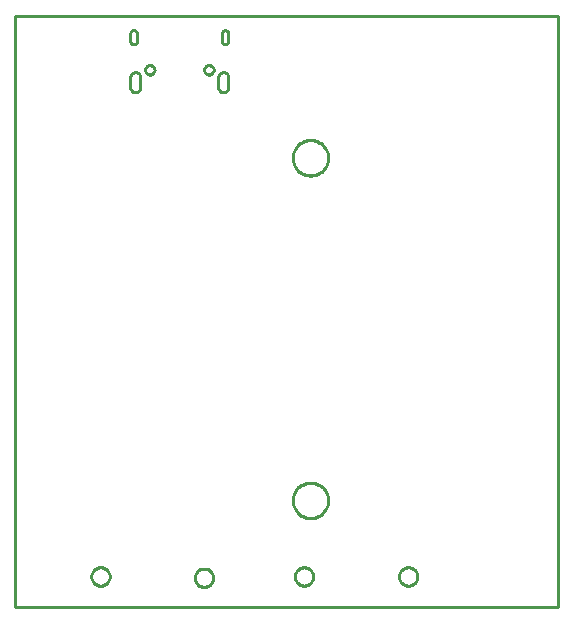
<source format=gko>
G04 EAGLE Gerber RS-274X export*
G75*
%MOMM*%
%FSLAX34Y34*%
%LPD*%
%INBoard Outline*%
%IPPOS*%
%AMOC8*
5,1,8,0,0,1.08239X$1,22.5*%
G01*
G04 Define Apertures*
%ADD10C,0.152400*%
%ADD11C,0.000000*%
%ADD12C,0.010000*%
%ADD13C,0.254000*%
D10*
X0Y0D02*
X460000Y0D01*
X460000Y500000D01*
X0Y500000D01*
X0Y0D01*
D11*
X235000Y90000D02*
X235005Y90368D01*
X235018Y90736D01*
X235041Y91103D01*
X235072Y91470D01*
X235113Y91836D01*
X235162Y92201D01*
X235221Y92564D01*
X235288Y92926D01*
X235364Y93287D01*
X235450Y93645D01*
X235543Y94001D01*
X235646Y94354D01*
X235757Y94705D01*
X235877Y95053D01*
X236005Y95398D01*
X236142Y95740D01*
X236287Y96079D01*
X236440Y96413D01*
X236602Y96744D01*
X236771Y97071D01*
X236949Y97393D01*
X237134Y97712D01*
X237327Y98025D01*
X237528Y98334D01*
X237736Y98637D01*
X237952Y98935D01*
X238175Y99228D01*
X238405Y99516D01*
X238642Y99798D01*
X238886Y100073D01*
X239136Y100343D01*
X239393Y100607D01*
X239657Y100864D01*
X239927Y101114D01*
X240202Y101358D01*
X240484Y101595D01*
X240772Y101825D01*
X241065Y102048D01*
X241363Y102264D01*
X241666Y102472D01*
X241975Y102673D01*
X242288Y102866D01*
X242607Y103051D01*
X242929Y103229D01*
X243256Y103398D01*
X243587Y103560D01*
X243921Y103713D01*
X244260Y103858D01*
X244602Y103995D01*
X244947Y104123D01*
X245295Y104243D01*
X245646Y104354D01*
X245999Y104457D01*
X246355Y104550D01*
X246713Y104636D01*
X247074Y104712D01*
X247436Y104779D01*
X247799Y104838D01*
X248164Y104887D01*
X248530Y104928D01*
X248897Y104959D01*
X249264Y104982D01*
X249632Y104995D01*
X250000Y105000D01*
X250368Y104995D01*
X250736Y104982D01*
X251103Y104959D01*
X251470Y104928D01*
X251836Y104887D01*
X252201Y104838D01*
X252564Y104779D01*
X252926Y104712D01*
X253287Y104636D01*
X253645Y104550D01*
X254001Y104457D01*
X254354Y104354D01*
X254705Y104243D01*
X255053Y104123D01*
X255398Y103995D01*
X255740Y103858D01*
X256079Y103713D01*
X256413Y103560D01*
X256744Y103398D01*
X257071Y103229D01*
X257393Y103051D01*
X257712Y102866D01*
X258025Y102673D01*
X258334Y102472D01*
X258637Y102264D01*
X258935Y102048D01*
X259228Y101825D01*
X259516Y101595D01*
X259798Y101358D01*
X260073Y101114D01*
X260343Y100864D01*
X260607Y100607D01*
X260864Y100343D01*
X261114Y100073D01*
X261358Y99798D01*
X261595Y99516D01*
X261825Y99228D01*
X262048Y98935D01*
X262264Y98637D01*
X262472Y98334D01*
X262673Y98025D01*
X262866Y97712D01*
X263051Y97393D01*
X263229Y97071D01*
X263398Y96744D01*
X263560Y96413D01*
X263713Y96079D01*
X263858Y95740D01*
X263995Y95398D01*
X264123Y95053D01*
X264243Y94705D01*
X264354Y94354D01*
X264457Y94001D01*
X264550Y93645D01*
X264636Y93287D01*
X264712Y92926D01*
X264779Y92564D01*
X264838Y92201D01*
X264887Y91836D01*
X264928Y91470D01*
X264959Y91103D01*
X264982Y90736D01*
X264995Y90368D01*
X265000Y90000D01*
X264995Y89632D01*
X264982Y89264D01*
X264959Y88897D01*
X264928Y88530D01*
X264887Y88164D01*
X264838Y87799D01*
X264779Y87436D01*
X264712Y87074D01*
X264636Y86713D01*
X264550Y86355D01*
X264457Y85999D01*
X264354Y85646D01*
X264243Y85295D01*
X264123Y84947D01*
X263995Y84602D01*
X263858Y84260D01*
X263713Y83921D01*
X263560Y83587D01*
X263398Y83256D01*
X263229Y82929D01*
X263051Y82607D01*
X262866Y82288D01*
X262673Y81975D01*
X262472Y81666D01*
X262264Y81363D01*
X262048Y81065D01*
X261825Y80772D01*
X261595Y80484D01*
X261358Y80202D01*
X261114Y79927D01*
X260864Y79657D01*
X260607Y79393D01*
X260343Y79136D01*
X260073Y78886D01*
X259798Y78642D01*
X259516Y78405D01*
X259228Y78175D01*
X258935Y77952D01*
X258637Y77736D01*
X258334Y77528D01*
X258025Y77327D01*
X257712Y77134D01*
X257393Y76949D01*
X257071Y76771D01*
X256744Y76602D01*
X256413Y76440D01*
X256079Y76287D01*
X255740Y76142D01*
X255398Y76005D01*
X255053Y75877D01*
X254705Y75757D01*
X254354Y75646D01*
X254001Y75543D01*
X253645Y75450D01*
X253287Y75364D01*
X252926Y75288D01*
X252564Y75221D01*
X252201Y75162D01*
X251836Y75113D01*
X251470Y75072D01*
X251103Y75041D01*
X250736Y75018D01*
X250368Y75005D01*
X250000Y75000D01*
X249632Y75005D01*
X249264Y75018D01*
X248897Y75041D01*
X248530Y75072D01*
X248164Y75113D01*
X247799Y75162D01*
X247436Y75221D01*
X247074Y75288D01*
X246713Y75364D01*
X246355Y75450D01*
X245999Y75543D01*
X245646Y75646D01*
X245295Y75757D01*
X244947Y75877D01*
X244602Y76005D01*
X244260Y76142D01*
X243921Y76287D01*
X243587Y76440D01*
X243256Y76602D01*
X242929Y76771D01*
X242607Y76949D01*
X242288Y77134D01*
X241975Y77327D01*
X241666Y77528D01*
X241363Y77736D01*
X241065Y77952D01*
X240772Y78175D01*
X240484Y78405D01*
X240202Y78642D01*
X239927Y78886D01*
X239657Y79136D01*
X239393Y79393D01*
X239136Y79657D01*
X238886Y79927D01*
X238642Y80202D01*
X238405Y80484D01*
X238175Y80772D01*
X237952Y81065D01*
X237736Y81363D01*
X237528Y81666D01*
X237327Y81975D01*
X237134Y82288D01*
X236949Y82607D01*
X236771Y82929D01*
X236602Y83256D01*
X236440Y83587D01*
X236287Y83921D01*
X236142Y84260D01*
X236005Y84602D01*
X235877Y84947D01*
X235757Y85295D01*
X235646Y85646D01*
X235543Y85999D01*
X235450Y86355D01*
X235364Y86713D01*
X235288Y87074D01*
X235221Y87436D01*
X235162Y87799D01*
X235113Y88164D01*
X235072Y88530D01*
X235041Y88897D01*
X235018Y89264D01*
X235005Y89632D01*
X235000Y90000D01*
X235000Y380000D02*
X235005Y380368D01*
X235018Y380736D01*
X235041Y381103D01*
X235072Y381470D01*
X235113Y381836D01*
X235162Y382201D01*
X235221Y382564D01*
X235288Y382926D01*
X235364Y383287D01*
X235450Y383645D01*
X235543Y384001D01*
X235646Y384354D01*
X235757Y384705D01*
X235877Y385053D01*
X236005Y385398D01*
X236142Y385740D01*
X236287Y386079D01*
X236440Y386413D01*
X236602Y386744D01*
X236771Y387071D01*
X236949Y387393D01*
X237134Y387712D01*
X237327Y388025D01*
X237528Y388334D01*
X237736Y388637D01*
X237952Y388935D01*
X238175Y389228D01*
X238405Y389516D01*
X238642Y389798D01*
X238886Y390073D01*
X239136Y390343D01*
X239393Y390607D01*
X239657Y390864D01*
X239927Y391114D01*
X240202Y391358D01*
X240484Y391595D01*
X240772Y391825D01*
X241065Y392048D01*
X241363Y392264D01*
X241666Y392472D01*
X241975Y392673D01*
X242288Y392866D01*
X242607Y393051D01*
X242929Y393229D01*
X243256Y393398D01*
X243587Y393560D01*
X243921Y393713D01*
X244260Y393858D01*
X244602Y393995D01*
X244947Y394123D01*
X245295Y394243D01*
X245646Y394354D01*
X245999Y394457D01*
X246355Y394550D01*
X246713Y394636D01*
X247074Y394712D01*
X247436Y394779D01*
X247799Y394838D01*
X248164Y394887D01*
X248530Y394928D01*
X248897Y394959D01*
X249264Y394982D01*
X249632Y394995D01*
X250000Y395000D01*
X250368Y394995D01*
X250736Y394982D01*
X251103Y394959D01*
X251470Y394928D01*
X251836Y394887D01*
X252201Y394838D01*
X252564Y394779D01*
X252926Y394712D01*
X253287Y394636D01*
X253645Y394550D01*
X254001Y394457D01*
X254354Y394354D01*
X254705Y394243D01*
X255053Y394123D01*
X255398Y393995D01*
X255740Y393858D01*
X256079Y393713D01*
X256413Y393560D01*
X256744Y393398D01*
X257071Y393229D01*
X257393Y393051D01*
X257712Y392866D01*
X258025Y392673D01*
X258334Y392472D01*
X258637Y392264D01*
X258935Y392048D01*
X259228Y391825D01*
X259516Y391595D01*
X259798Y391358D01*
X260073Y391114D01*
X260343Y390864D01*
X260607Y390607D01*
X260864Y390343D01*
X261114Y390073D01*
X261358Y389798D01*
X261595Y389516D01*
X261825Y389228D01*
X262048Y388935D01*
X262264Y388637D01*
X262472Y388334D01*
X262673Y388025D01*
X262866Y387712D01*
X263051Y387393D01*
X263229Y387071D01*
X263398Y386744D01*
X263560Y386413D01*
X263713Y386079D01*
X263858Y385740D01*
X263995Y385398D01*
X264123Y385053D01*
X264243Y384705D01*
X264354Y384354D01*
X264457Y384001D01*
X264550Y383645D01*
X264636Y383287D01*
X264712Y382926D01*
X264779Y382564D01*
X264838Y382201D01*
X264887Y381836D01*
X264928Y381470D01*
X264959Y381103D01*
X264982Y380736D01*
X264995Y380368D01*
X265000Y380000D01*
X264995Y379632D01*
X264982Y379264D01*
X264959Y378897D01*
X264928Y378530D01*
X264887Y378164D01*
X264838Y377799D01*
X264779Y377436D01*
X264712Y377074D01*
X264636Y376713D01*
X264550Y376355D01*
X264457Y375999D01*
X264354Y375646D01*
X264243Y375295D01*
X264123Y374947D01*
X263995Y374602D01*
X263858Y374260D01*
X263713Y373921D01*
X263560Y373587D01*
X263398Y373256D01*
X263229Y372929D01*
X263051Y372607D01*
X262866Y372288D01*
X262673Y371975D01*
X262472Y371666D01*
X262264Y371363D01*
X262048Y371065D01*
X261825Y370772D01*
X261595Y370484D01*
X261358Y370202D01*
X261114Y369927D01*
X260864Y369657D01*
X260607Y369393D01*
X260343Y369136D01*
X260073Y368886D01*
X259798Y368642D01*
X259516Y368405D01*
X259228Y368175D01*
X258935Y367952D01*
X258637Y367736D01*
X258334Y367528D01*
X258025Y367327D01*
X257712Y367134D01*
X257393Y366949D01*
X257071Y366771D01*
X256744Y366602D01*
X256413Y366440D01*
X256079Y366287D01*
X255740Y366142D01*
X255398Y366005D01*
X255053Y365877D01*
X254705Y365757D01*
X254354Y365646D01*
X254001Y365543D01*
X253645Y365450D01*
X253287Y365364D01*
X252926Y365288D01*
X252564Y365221D01*
X252201Y365162D01*
X251836Y365113D01*
X251470Y365072D01*
X251103Y365041D01*
X250736Y365018D01*
X250368Y365005D01*
X250000Y365000D01*
X249632Y365005D01*
X249264Y365018D01*
X248897Y365041D01*
X248530Y365072D01*
X248164Y365113D01*
X247799Y365162D01*
X247436Y365221D01*
X247074Y365288D01*
X246713Y365364D01*
X246355Y365450D01*
X245999Y365543D01*
X245646Y365646D01*
X245295Y365757D01*
X244947Y365877D01*
X244602Y366005D01*
X244260Y366142D01*
X243921Y366287D01*
X243587Y366440D01*
X243256Y366602D01*
X242929Y366771D01*
X242607Y366949D01*
X242288Y367134D01*
X241975Y367327D01*
X241666Y367528D01*
X241363Y367736D01*
X241065Y367952D01*
X240772Y368175D01*
X240484Y368405D01*
X240202Y368642D01*
X239927Y368886D01*
X239657Y369136D01*
X239393Y369393D01*
X239136Y369657D01*
X238886Y369927D01*
X238642Y370202D01*
X238405Y370484D01*
X238175Y370772D01*
X237952Y371065D01*
X237736Y371363D01*
X237528Y371666D01*
X237327Y371975D01*
X237134Y372288D01*
X236949Y372607D01*
X236771Y372929D01*
X236602Y373256D01*
X236440Y373587D01*
X236287Y373921D01*
X236142Y374260D01*
X236005Y374602D01*
X235877Y374947D01*
X235757Y375295D01*
X235646Y375646D01*
X235543Y375999D01*
X235450Y376355D01*
X235364Y376713D01*
X235288Y377074D01*
X235221Y377436D01*
X235162Y377799D01*
X235113Y378164D01*
X235072Y378530D01*
X235041Y378897D01*
X235018Y379264D01*
X235005Y379632D01*
X235000Y380000D01*
X325050Y25500D02*
X325052Y25690D01*
X325059Y25880D01*
X325071Y26070D01*
X325087Y26260D01*
X325108Y26449D01*
X325134Y26637D01*
X325164Y26825D01*
X325199Y27012D01*
X325238Y27198D01*
X325282Y27383D01*
X325331Y27567D01*
X325384Y27750D01*
X325441Y27931D01*
X325503Y28111D01*
X325569Y28289D01*
X325640Y28466D01*
X325715Y28641D01*
X325794Y28814D01*
X325878Y28984D01*
X325965Y29153D01*
X326057Y29320D01*
X326153Y29484D01*
X326252Y29646D01*
X326356Y29806D01*
X326464Y29963D01*
X326575Y30117D01*
X326690Y30268D01*
X326809Y30417D01*
X326932Y30562D01*
X327058Y30705D01*
X327187Y30844D01*
X327320Y30980D01*
X327456Y31113D01*
X327595Y31242D01*
X327738Y31368D01*
X327883Y31491D01*
X328032Y31610D01*
X328183Y31725D01*
X328337Y31836D01*
X328494Y31944D01*
X328654Y32048D01*
X328816Y32147D01*
X328980Y32243D01*
X329147Y32335D01*
X329316Y32422D01*
X329486Y32506D01*
X329659Y32585D01*
X329834Y32660D01*
X330011Y32731D01*
X330189Y32797D01*
X330369Y32859D01*
X330550Y32916D01*
X330733Y32969D01*
X330917Y33018D01*
X331102Y33062D01*
X331288Y33101D01*
X331475Y33136D01*
X331663Y33166D01*
X331851Y33192D01*
X332040Y33213D01*
X332230Y33229D01*
X332420Y33241D01*
X332610Y33248D01*
X332800Y33250D01*
X332990Y33248D01*
X333180Y33241D01*
X333370Y33229D01*
X333560Y33213D01*
X333749Y33192D01*
X333937Y33166D01*
X334125Y33136D01*
X334312Y33101D01*
X334498Y33062D01*
X334683Y33018D01*
X334867Y32969D01*
X335050Y32916D01*
X335231Y32859D01*
X335411Y32797D01*
X335589Y32731D01*
X335766Y32660D01*
X335941Y32585D01*
X336114Y32506D01*
X336284Y32422D01*
X336453Y32335D01*
X336620Y32243D01*
X336784Y32147D01*
X336946Y32048D01*
X337106Y31944D01*
X337263Y31836D01*
X337417Y31725D01*
X337568Y31610D01*
X337717Y31491D01*
X337862Y31368D01*
X338005Y31242D01*
X338144Y31113D01*
X338280Y30980D01*
X338413Y30844D01*
X338542Y30705D01*
X338668Y30562D01*
X338791Y30417D01*
X338910Y30268D01*
X339025Y30117D01*
X339136Y29963D01*
X339244Y29806D01*
X339348Y29646D01*
X339447Y29484D01*
X339543Y29320D01*
X339635Y29153D01*
X339722Y28984D01*
X339806Y28814D01*
X339885Y28641D01*
X339960Y28466D01*
X340031Y28289D01*
X340097Y28111D01*
X340159Y27931D01*
X340216Y27750D01*
X340269Y27567D01*
X340318Y27383D01*
X340362Y27198D01*
X340401Y27012D01*
X340436Y26825D01*
X340466Y26637D01*
X340492Y26449D01*
X340513Y26260D01*
X340529Y26070D01*
X340541Y25880D01*
X340548Y25690D01*
X340550Y25500D01*
X340548Y25310D01*
X340541Y25120D01*
X340529Y24930D01*
X340513Y24740D01*
X340492Y24551D01*
X340466Y24363D01*
X340436Y24175D01*
X340401Y23988D01*
X340362Y23802D01*
X340318Y23617D01*
X340269Y23433D01*
X340216Y23250D01*
X340159Y23069D01*
X340097Y22889D01*
X340031Y22711D01*
X339960Y22534D01*
X339885Y22359D01*
X339806Y22186D01*
X339722Y22016D01*
X339635Y21847D01*
X339543Y21680D01*
X339447Y21516D01*
X339348Y21354D01*
X339244Y21194D01*
X339136Y21037D01*
X339025Y20883D01*
X338910Y20732D01*
X338791Y20583D01*
X338668Y20438D01*
X338542Y20295D01*
X338413Y20156D01*
X338280Y20020D01*
X338144Y19887D01*
X338005Y19758D01*
X337862Y19632D01*
X337717Y19509D01*
X337568Y19390D01*
X337417Y19275D01*
X337263Y19164D01*
X337106Y19056D01*
X336946Y18952D01*
X336784Y18853D01*
X336620Y18757D01*
X336453Y18665D01*
X336284Y18578D01*
X336114Y18494D01*
X335941Y18415D01*
X335766Y18340D01*
X335589Y18269D01*
X335411Y18203D01*
X335231Y18141D01*
X335050Y18084D01*
X334867Y18031D01*
X334683Y17982D01*
X334498Y17938D01*
X334312Y17899D01*
X334125Y17864D01*
X333937Y17834D01*
X333749Y17808D01*
X333560Y17787D01*
X333370Y17771D01*
X333180Y17759D01*
X332990Y17752D01*
X332800Y17750D01*
X332610Y17752D01*
X332420Y17759D01*
X332230Y17771D01*
X332040Y17787D01*
X331851Y17808D01*
X331663Y17834D01*
X331475Y17864D01*
X331288Y17899D01*
X331102Y17938D01*
X330917Y17982D01*
X330733Y18031D01*
X330550Y18084D01*
X330369Y18141D01*
X330189Y18203D01*
X330011Y18269D01*
X329834Y18340D01*
X329659Y18415D01*
X329486Y18494D01*
X329316Y18578D01*
X329147Y18665D01*
X328980Y18757D01*
X328816Y18853D01*
X328654Y18952D01*
X328494Y19056D01*
X328337Y19164D01*
X328183Y19275D01*
X328032Y19390D01*
X327883Y19509D01*
X327738Y19632D01*
X327595Y19758D01*
X327456Y19887D01*
X327320Y20020D01*
X327187Y20156D01*
X327058Y20295D01*
X326932Y20438D01*
X326809Y20583D01*
X326690Y20732D01*
X326575Y20883D01*
X326464Y21037D01*
X326356Y21194D01*
X326252Y21354D01*
X326153Y21516D01*
X326057Y21680D01*
X325965Y21847D01*
X325878Y22016D01*
X325794Y22186D01*
X325715Y22359D01*
X325640Y22534D01*
X325569Y22711D01*
X325503Y22889D01*
X325441Y23069D01*
X325384Y23250D01*
X325331Y23433D01*
X325282Y23617D01*
X325238Y23802D01*
X325199Y23988D01*
X325164Y24175D01*
X325134Y24363D01*
X325108Y24551D01*
X325087Y24740D01*
X325071Y24930D01*
X325059Y25120D01*
X325052Y25310D01*
X325050Y25500D01*
X236850Y25500D02*
X236852Y25690D01*
X236859Y25880D01*
X236871Y26070D01*
X236887Y26260D01*
X236908Y26449D01*
X236934Y26637D01*
X236964Y26825D01*
X236999Y27012D01*
X237038Y27198D01*
X237082Y27383D01*
X237131Y27567D01*
X237184Y27750D01*
X237241Y27931D01*
X237303Y28111D01*
X237369Y28289D01*
X237440Y28466D01*
X237515Y28641D01*
X237594Y28814D01*
X237678Y28984D01*
X237765Y29153D01*
X237857Y29320D01*
X237953Y29484D01*
X238052Y29646D01*
X238156Y29806D01*
X238264Y29963D01*
X238375Y30117D01*
X238490Y30268D01*
X238609Y30417D01*
X238732Y30562D01*
X238858Y30705D01*
X238987Y30844D01*
X239120Y30980D01*
X239256Y31113D01*
X239395Y31242D01*
X239538Y31368D01*
X239683Y31491D01*
X239832Y31610D01*
X239983Y31725D01*
X240137Y31836D01*
X240294Y31944D01*
X240454Y32048D01*
X240616Y32147D01*
X240780Y32243D01*
X240947Y32335D01*
X241116Y32422D01*
X241286Y32506D01*
X241459Y32585D01*
X241634Y32660D01*
X241811Y32731D01*
X241989Y32797D01*
X242169Y32859D01*
X242350Y32916D01*
X242533Y32969D01*
X242717Y33018D01*
X242902Y33062D01*
X243088Y33101D01*
X243275Y33136D01*
X243463Y33166D01*
X243651Y33192D01*
X243840Y33213D01*
X244030Y33229D01*
X244220Y33241D01*
X244410Y33248D01*
X244600Y33250D01*
X244790Y33248D01*
X244980Y33241D01*
X245170Y33229D01*
X245360Y33213D01*
X245549Y33192D01*
X245737Y33166D01*
X245925Y33136D01*
X246112Y33101D01*
X246298Y33062D01*
X246483Y33018D01*
X246667Y32969D01*
X246850Y32916D01*
X247031Y32859D01*
X247211Y32797D01*
X247389Y32731D01*
X247566Y32660D01*
X247741Y32585D01*
X247914Y32506D01*
X248084Y32422D01*
X248253Y32335D01*
X248420Y32243D01*
X248584Y32147D01*
X248746Y32048D01*
X248906Y31944D01*
X249063Y31836D01*
X249217Y31725D01*
X249368Y31610D01*
X249517Y31491D01*
X249662Y31368D01*
X249805Y31242D01*
X249944Y31113D01*
X250080Y30980D01*
X250213Y30844D01*
X250342Y30705D01*
X250468Y30562D01*
X250591Y30417D01*
X250710Y30268D01*
X250825Y30117D01*
X250936Y29963D01*
X251044Y29806D01*
X251148Y29646D01*
X251247Y29484D01*
X251343Y29320D01*
X251435Y29153D01*
X251522Y28984D01*
X251606Y28814D01*
X251685Y28641D01*
X251760Y28466D01*
X251831Y28289D01*
X251897Y28111D01*
X251959Y27931D01*
X252016Y27750D01*
X252069Y27567D01*
X252118Y27383D01*
X252162Y27198D01*
X252201Y27012D01*
X252236Y26825D01*
X252266Y26637D01*
X252292Y26449D01*
X252313Y26260D01*
X252329Y26070D01*
X252341Y25880D01*
X252348Y25690D01*
X252350Y25500D01*
X252348Y25310D01*
X252341Y25120D01*
X252329Y24930D01*
X252313Y24740D01*
X252292Y24551D01*
X252266Y24363D01*
X252236Y24175D01*
X252201Y23988D01*
X252162Y23802D01*
X252118Y23617D01*
X252069Y23433D01*
X252016Y23250D01*
X251959Y23069D01*
X251897Y22889D01*
X251831Y22711D01*
X251760Y22534D01*
X251685Y22359D01*
X251606Y22186D01*
X251522Y22016D01*
X251435Y21847D01*
X251343Y21680D01*
X251247Y21516D01*
X251148Y21354D01*
X251044Y21194D01*
X250936Y21037D01*
X250825Y20883D01*
X250710Y20732D01*
X250591Y20583D01*
X250468Y20438D01*
X250342Y20295D01*
X250213Y20156D01*
X250080Y20020D01*
X249944Y19887D01*
X249805Y19758D01*
X249662Y19632D01*
X249517Y19509D01*
X249368Y19390D01*
X249217Y19275D01*
X249063Y19164D01*
X248906Y19056D01*
X248746Y18952D01*
X248584Y18853D01*
X248420Y18757D01*
X248253Y18665D01*
X248084Y18578D01*
X247914Y18494D01*
X247741Y18415D01*
X247566Y18340D01*
X247389Y18269D01*
X247211Y18203D01*
X247031Y18141D01*
X246850Y18084D01*
X246667Y18031D01*
X246483Y17982D01*
X246298Y17938D01*
X246112Y17899D01*
X245925Y17864D01*
X245737Y17834D01*
X245549Y17808D01*
X245360Y17787D01*
X245170Y17771D01*
X244980Y17759D01*
X244790Y17752D01*
X244600Y17750D01*
X244410Y17752D01*
X244220Y17759D01*
X244030Y17771D01*
X243840Y17787D01*
X243651Y17808D01*
X243463Y17834D01*
X243275Y17864D01*
X243088Y17899D01*
X242902Y17938D01*
X242717Y17982D01*
X242533Y18031D01*
X242350Y18084D01*
X242169Y18141D01*
X241989Y18203D01*
X241811Y18269D01*
X241634Y18340D01*
X241459Y18415D01*
X241286Y18494D01*
X241116Y18578D01*
X240947Y18665D01*
X240780Y18757D01*
X240616Y18853D01*
X240454Y18952D01*
X240294Y19056D01*
X240137Y19164D01*
X239983Y19275D01*
X239832Y19390D01*
X239683Y19509D01*
X239538Y19632D01*
X239395Y19758D01*
X239256Y19887D01*
X239120Y20020D01*
X238987Y20156D01*
X238858Y20295D01*
X238732Y20438D01*
X238609Y20583D01*
X238490Y20732D01*
X238375Y20883D01*
X238264Y21037D01*
X238156Y21194D01*
X238052Y21354D01*
X237953Y21516D01*
X237857Y21680D01*
X237765Y21847D01*
X237678Y22016D01*
X237594Y22186D01*
X237515Y22359D01*
X237440Y22534D01*
X237369Y22711D01*
X237303Y22889D01*
X237241Y23069D01*
X237184Y23250D01*
X237131Y23433D01*
X237082Y23617D01*
X237038Y23802D01*
X236999Y23988D01*
X236964Y24175D01*
X236934Y24363D01*
X236908Y24551D01*
X236887Y24740D01*
X236871Y24930D01*
X236859Y25120D01*
X236852Y25310D01*
X236850Y25500D01*
X64488Y25500D02*
X64490Y25690D01*
X64497Y25880D01*
X64509Y26070D01*
X64525Y26260D01*
X64546Y26449D01*
X64572Y26637D01*
X64602Y26825D01*
X64637Y27012D01*
X64676Y27198D01*
X64720Y27383D01*
X64769Y27567D01*
X64822Y27750D01*
X64879Y27931D01*
X64941Y28111D01*
X65007Y28289D01*
X65078Y28466D01*
X65153Y28641D01*
X65232Y28814D01*
X65316Y28984D01*
X65403Y29153D01*
X65495Y29320D01*
X65591Y29484D01*
X65690Y29646D01*
X65794Y29806D01*
X65902Y29963D01*
X66013Y30117D01*
X66128Y30268D01*
X66247Y30417D01*
X66370Y30562D01*
X66496Y30705D01*
X66625Y30844D01*
X66758Y30980D01*
X66894Y31113D01*
X67033Y31242D01*
X67176Y31368D01*
X67321Y31491D01*
X67470Y31610D01*
X67621Y31725D01*
X67775Y31836D01*
X67932Y31944D01*
X68092Y32048D01*
X68254Y32147D01*
X68418Y32243D01*
X68585Y32335D01*
X68754Y32422D01*
X68924Y32506D01*
X69097Y32585D01*
X69272Y32660D01*
X69449Y32731D01*
X69627Y32797D01*
X69807Y32859D01*
X69988Y32916D01*
X70171Y32969D01*
X70355Y33018D01*
X70540Y33062D01*
X70726Y33101D01*
X70913Y33136D01*
X71101Y33166D01*
X71289Y33192D01*
X71478Y33213D01*
X71668Y33229D01*
X71858Y33241D01*
X72048Y33248D01*
X72238Y33250D01*
X72428Y33248D01*
X72618Y33241D01*
X72808Y33229D01*
X72998Y33213D01*
X73187Y33192D01*
X73375Y33166D01*
X73563Y33136D01*
X73750Y33101D01*
X73936Y33062D01*
X74121Y33018D01*
X74305Y32969D01*
X74488Y32916D01*
X74669Y32859D01*
X74849Y32797D01*
X75027Y32731D01*
X75204Y32660D01*
X75379Y32585D01*
X75552Y32506D01*
X75722Y32422D01*
X75891Y32335D01*
X76058Y32243D01*
X76222Y32147D01*
X76384Y32048D01*
X76544Y31944D01*
X76701Y31836D01*
X76855Y31725D01*
X77006Y31610D01*
X77155Y31491D01*
X77300Y31368D01*
X77443Y31242D01*
X77582Y31113D01*
X77718Y30980D01*
X77851Y30844D01*
X77980Y30705D01*
X78106Y30562D01*
X78229Y30417D01*
X78348Y30268D01*
X78463Y30117D01*
X78574Y29963D01*
X78682Y29806D01*
X78786Y29646D01*
X78885Y29484D01*
X78981Y29320D01*
X79073Y29153D01*
X79160Y28984D01*
X79244Y28814D01*
X79323Y28641D01*
X79398Y28466D01*
X79469Y28289D01*
X79535Y28111D01*
X79597Y27931D01*
X79654Y27750D01*
X79707Y27567D01*
X79756Y27383D01*
X79800Y27198D01*
X79839Y27012D01*
X79874Y26825D01*
X79904Y26637D01*
X79930Y26449D01*
X79951Y26260D01*
X79967Y26070D01*
X79979Y25880D01*
X79986Y25690D01*
X79988Y25500D01*
X79986Y25310D01*
X79979Y25120D01*
X79967Y24930D01*
X79951Y24740D01*
X79930Y24551D01*
X79904Y24363D01*
X79874Y24175D01*
X79839Y23988D01*
X79800Y23802D01*
X79756Y23617D01*
X79707Y23433D01*
X79654Y23250D01*
X79597Y23069D01*
X79535Y22889D01*
X79469Y22711D01*
X79398Y22534D01*
X79323Y22359D01*
X79244Y22186D01*
X79160Y22016D01*
X79073Y21847D01*
X78981Y21680D01*
X78885Y21516D01*
X78786Y21354D01*
X78682Y21194D01*
X78574Y21037D01*
X78463Y20883D01*
X78348Y20732D01*
X78229Y20583D01*
X78106Y20438D01*
X77980Y20295D01*
X77851Y20156D01*
X77718Y20020D01*
X77582Y19887D01*
X77443Y19758D01*
X77300Y19632D01*
X77155Y19509D01*
X77006Y19390D01*
X76855Y19275D01*
X76701Y19164D01*
X76544Y19056D01*
X76384Y18952D01*
X76222Y18853D01*
X76058Y18757D01*
X75891Y18665D01*
X75722Y18578D01*
X75552Y18494D01*
X75379Y18415D01*
X75204Y18340D01*
X75027Y18269D01*
X74849Y18203D01*
X74669Y18141D01*
X74488Y18084D01*
X74305Y18031D01*
X74121Y17982D01*
X73936Y17938D01*
X73750Y17899D01*
X73563Y17864D01*
X73375Y17834D01*
X73187Y17808D01*
X72998Y17787D01*
X72808Y17771D01*
X72618Y17759D01*
X72428Y17752D01*
X72238Y17750D01*
X72048Y17752D01*
X71858Y17759D01*
X71668Y17771D01*
X71478Y17787D01*
X71289Y17808D01*
X71101Y17834D01*
X70913Y17864D01*
X70726Y17899D01*
X70540Y17938D01*
X70355Y17982D01*
X70171Y18031D01*
X69988Y18084D01*
X69807Y18141D01*
X69627Y18203D01*
X69449Y18269D01*
X69272Y18340D01*
X69097Y18415D01*
X68924Y18494D01*
X68754Y18578D01*
X68585Y18665D01*
X68418Y18757D01*
X68254Y18853D01*
X68092Y18952D01*
X67932Y19056D01*
X67775Y19164D01*
X67621Y19275D01*
X67470Y19390D01*
X67321Y19509D01*
X67176Y19632D01*
X67033Y19758D01*
X66894Y19887D01*
X66758Y20020D01*
X66625Y20156D01*
X66496Y20295D01*
X66370Y20438D01*
X66247Y20583D01*
X66128Y20732D01*
X66013Y20883D01*
X65902Y21037D01*
X65794Y21194D01*
X65690Y21354D01*
X65591Y21516D01*
X65495Y21680D01*
X65403Y21847D01*
X65316Y22016D01*
X65232Y22186D01*
X65153Y22359D01*
X65078Y22534D01*
X65007Y22711D01*
X64941Y22889D01*
X64879Y23069D01*
X64822Y23250D01*
X64769Y23433D01*
X64720Y23617D01*
X64676Y23802D01*
X64637Y23988D01*
X64602Y24175D01*
X64572Y24363D01*
X64546Y24551D01*
X64525Y24740D01*
X64509Y24930D01*
X64497Y25120D01*
X64490Y25310D01*
X64488Y25500D01*
X152050Y24500D02*
X152052Y24690D01*
X152059Y24880D01*
X152071Y25070D01*
X152087Y25260D01*
X152108Y25449D01*
X152134Y25637D01*
X152164Y25825D01*
X152199Y26012D01*
X152238Y26198D01*
X152282Y26383D01*
X152331Y26567D01*
X152384Y26750D01*
X152441Y26931D01*
X152503Y27111D01*
X152569Y27289D01*
X152640Y27466D01*
X152715Y27641D01*
X152794Y27814D01*
X152878Y27984D01*
X152965Y28153D01*
X153057Y28320D01*
X153153Y28484D01*
X153252Y28646D01*
X153356Y28806D01*
X153464Y28963D01*
X153575Y29117D01*
X153690Y29268D01*
X153809Y29417D01*
X153932Y29562D01*
X154058Y29705D01*
X154187Y29844D01*
X154320Y29980D01*
X154456Y30113D01*
X154595Y30242D01*
X154738Y30368D01*
X154883Y30491D01*
X155032Y30610D01*
X155183Y30725D01*
X155337Y30836D01*
X155494Y30944D01*
X155654Y31048D01*
X155816Y31147D01*
X155980Y31243D01*
X156147Y31335D01*
X156316Y31422D01*
X156486Y31506D01*
X156659Y31585D01*
X156834Y31660D01*
X157011Y31731D01*
X157189Y31797D01*
X157369Y31859D01*
X157550Y31916D01*
X157733Y31969D01*
X157917Y32018D01*
X158102Y32062D01*
X158288Y32101D01*
X158475Y32136D01*
X158663Y32166D01*
X158851Y32192D01*
X159040Y32213D01*
X159230Y32229D01*
X159420Y32241D01*
X159610Y32248D01*
X159800Y32250D01*
X159990Y32248D01*
X160180Y32241D01*
X160370Y32229D01*
X160560Y32213D01*
X160749Y32192D01*
X160937Y32166D01*
X161125Y32136D01*
X161312Y32101D01*
X161498Y32062D01*
X161683Y32018D01*
X161867Y31969D01*
X162050Y31916D01*
X162231Y31859D01*
X162411Y31797D01*
X162589Y31731D01*
X162766Y31660D01*
X162941Y31585D01*
X163114Y31506D01*
X163284Y31422D01*
X163453Y31335D01*
X163620Y31243D01*
X163784Y31147D01*
X163946Y31048D01*
X164106Y30944D01*
X164263Y30836D01*
X164417Y30725D01*
X164568Y30610D01*
X164717Y30491D01*
X164862Y30368D01*
X165005Y30242D01*
X165144Y30113D01*
X165280Y29980D01*
X165413Y29844D01*
X165542Y29705D01*
X165668Y29562D01*
X165791Y29417D01*
X165910Y29268D01*
X166025Y29117D01*
X166136Y28963D01*
X166244Y28806D01*
X166348Y28646D01*
X166447Y28484D01*
X166543Y28320D01*
X166635Y28153D01*
X166722Y27984D01*
X166806Y27814D01*
X166885Y27641D01*
X166960Y27466D01*
X167031Y27289D01*
X167097Y27111D01*
X167159Y26931D01*
X167216Y26750D01*
X167269Y26567D01*
X167318Y26383D01*
X167362Y26198D01*
X167401Y26012D01*
X167436Y25825D01*
X167466Y25637D01*
X167492Y25449D01*
X167513Y25260D01*
X167529Y25070D01*
X167541Y24880D01*
X167548Y24690D01*
X167550Y24500D01*
X167548Y24310D01*
X167541Y24120D01*
X167529Y23930D01*
X167513Y23740D01*
X167492Y23551D01*
X167466Y23363D01*
X167436Y23175D01*
X167401Y22988D01*
X167362Y22802D01*
X167318Y22617D01*
X167269Y22433D01*
X167216Y22250D01*
X167159Y22069D01*
X167097Y21889D01*
X167031Y21711D01*
X166960Y21534D01*
X166885Y21359D01*
X166806Y21186D01*
X166722Y21016D01*
X166635Y20847D01*
X166543Y20680D01*
X166447Y20516D01*
X166348Y20354D01*
X166244Y20194D01*
X166136Y20037D01*
X166025Y19883D01*
X165910Y19732D01*
X165791Y19583D01*
X165668Y19438D01*
X165542Y19295D01*
X165413Y19156D01*
X165280Y19020D01*
X165144Y18887D01*
X165005Y18758D01*
X164862Y18632D01*
X164717Y18509D01*
X164568Y18390D01*
X164417Y18275D01*
X164263Y18164D01*
X164106Y18056D01*
X163946Y17952D01*
X163784Y17853D01*
X163620Y17757D01*
X163453Y17665D01*
X163284Y17578D01*
X163114Y17494D01*
X162941Y17415D01*
X162766Y17340D01*
X162589Y17269D01*
X162411Y17203D01*
X162231Y17141D01*
X162050Y17084D01*
X161867Y17031D01*
X161683Y16982D01*
X161498Y16938D01*
X161312Y16899D01*
X161125Y16864D01*
X160937Y16834D01*
X160749Y16808D01*
X160560Y16787D01*
X160370Y16771D01*
X160180Y16759D01*
X159990Y16752D01*
X159800Y16750D01*
X159610Y16752D01*
X159420Y16759D01*
X159230Y16771D01*
X159040Y16787D01*
X158851Y16808D01*
X158663Y16834D01*
X158475Y16864D01*
X158288Y16899D01*
X158102Y16938D01*
X157917Y16982D01*
X157733Y17031D01*
X157550Y17084D01*
X157369Y17141D01*
X157189Y17203D01*
X157011Y17269D01*
X156834Y17340D01*
X156659Y17415D01*
X156486Y17494D01*
X156316Y17578D01*
X156147Y17665D01*
X155980Y17757D01*
X155816Y17853D01*
X155654Y17952D01*
X155494Y18056D01*
X155337Y18164D01*
X155183Y18275D01*
X155032Y18390D01*
X154883Y18509D01*
X154738Y18632D01*
X154595Y18758D01*
X154456Y18887D01*
X154320Y19020D01*
X154187Y19156D01*
X154058Y19295D01*
X153932Y19438D01*
X153809Y19583D01*
X153690Y19732D01*
X153575Y19883D01*
X153464Y20037D01*
X153356Y20194D01*
X153252Y20354D01*
X153153Y20516D01*
X153057Y20680D01*
X152965Y20847D01*
X152878Y21016D01*
X152794Y21186D01*
X152715Y21359D01*
X152640Y21534D01*
X152569Y21711D01*
X152503Y21889D01*
X152441Y22069D01*
X152384Y22250D01*
X152331Y22433D01*
X152282Y22617D01*
X152238Y22802D01*
X152199Y22988D01*
X152164Y23175D01*
X152134Y23363D01*
X152108Y23551D01*
X152087Y23740D01*
X152071Y23930D01*
X152059Y24120D01*
X152052Y24310D01*
X152050Y24500D01*
D12*
X180500Y439750D02*
X180500Y448250D01*
X172000Y448250D02*
X172000Y439750D01*
X180500Y478750D02*
X180500Y485250D01*
X175000Y485250D02*
X175000Y478750D01*
X175002Y478646D01*
X175008Y478542D01*
X175018Y478438D01*
X175031Y478335D01*
X175049Y478233D01*
X175071Y478131D01*
X175096Y478030D01*
X175125Y477930D01*
X175158Y477831D01*
X175195Y477734D01*
X175235Y477638D01*
X175279Y477543D01*
X175326Y477451D01*
X175377Y477360D01*
X175431Y477271D01*
X175489Y477185D01*
X175550Y477100D01*
X175614Y477018D01*
X175681Y476938D01*
X175751Y476861D01*
X175824Y476787D01*
X175900Y476716D01*
X175978Y476647D01*
X176059Y476582D01*
X176142Y476519D01*
X176228Y476460D01*
X176315Y476404D01*
X176405Y476351D01*
X176497Y476302D01*
X176590Y476256D01*
X176686Y476214D01*
X176782Y476176D01*
X176880Y476141D01*
X176980Y476110D01*
X177080Y476083D01*
X177182Y476059D01*
X177284Y476040D01*
X177387Y476024D01*
X177490Y476012D01*
X177594Y476004D01*
X177698Y476000D01*
X177802Y476000D01*
X177906Y476004D01*
X178010Y476012D01*
X178113Y476024D01*
X178216Y476040D01*
X178318Y476059D01*
X178420Y476083D01*
X178520Y476110D01*
X178620Y476141D01*
X178718Y476176D01*
X178814Y476214D01*
X178910Y476256D01*
X179003Y476302D01*
X179095Y476351D01*
X179185Y476404D01*
X179272Y476460D01*
X179358Y476519D01*
X179441Y476582D01*
X179522Y476647D01*
X179600Y476716D01*
X179676Y476787D01*
X179749Y476861D01*
X179819Y476938D01*
X179886Y477018D01*
X179950Y477100D01*
X180011Y477185D01*
X180069Y477271D01*
X180123Y477360D01*
X180174Y477451D01*
X180221Y477543D01*
X180265Y477638D01*
X180305Y477734D01*
X180342Y477831D01*
X180375Y477930D01*
X180404Y478030D01*
X180429Y478131D01*
X180451Y478233D01*
X180469Y478335D01*
X180482Y478438D01*
X180492Y478542D01*
X180498Y478646D01*
X180500Y478750D01*
X180500Y485250D02*
X180498Y485354D01*
X180492Y485458D01*
X180482Y485562D01*
X180469Y485665D01*
X180451Y485767D01*
X180429Y485869D01*
X180404Y485970D01*
X180375Y486070D01*
X180342Y486169D01*
X180305Y486266D01*
X180265Y486362D01*
X180221Y486457D01*
X180174Y486549D01*
X180123Y486640D01*
X180069Y486729D01*
X180011Y486815D01*
X179950Y486900D01*
X179886Y486982D01*
X179819Y487062D01*
X179749Y487139D01*
X179676Y487213D01*
X179600Y487284D01*
X179522Y487353D01*
X179441Y487418D01*
X179358Y487481D01*
X179272Y487540D01*
X179185Y487596D01*
X179095Y487649D01*
X179003Y487698D01*
X178910Y487744D01*
X178814Y487786D01*
X178718Y487824D01*
X178620Y487859D01*
X178520Y487890D01*
X178420Y487917D01*
X178318Y487941D01*
X178216Y487960D01*
X178113Y487976D01*
X178010Y487988D01*
X177906Y487996D01*
X177802Y488000D01*
X177698Y488000D01*
X177594Y487996D01*
X177490Y487988D01*
X177387Y487976D01*
X177284Y487960D01*
X177182Y487941D01*
X177080Y487917D01*
X176980Y487890D01*
X176880Y487859D01*
X176782Y487824D01*
X176686Y487786D01*
X176590Y487744D01*
X176497Y487698D01*
X176405Y487649D01*
X176315Y487596D01*
X176228Y487540D01*
X176142Y487481D01*
X176059Y487418D01*
X175978Y487353D01*
X175900Y487284D01*
X175824Y487213D01*
X175751Y487139D01*
X175681Y487062D01*
X175614Y486982D01*
X175550Y486900D01*
X175489Y486815D01*
X175431Y486729D01*
X175377Y486640D01*
X175326Y486549D01*
X175279Y486457D01*
X175235Y486362D01*
X175195Y486266D01*
X175158Y486169D01*
X175125Y486070D01*
X175096Y485970D01*
X175071Y485869D01*
X175049Y485767D01*
X175031Y485665D01*
X175018Y485562D01*
X175008Y485458D01*
X175002Y485354D01*
X175000Y485250D01*
X103000Y485250D02*
X103000Y478750D01*
X97500Y478750D02*
X97500Y485250D01*
X97500Y478750D02*
X97502Y478646D01*
X97508Y478542D01*
X97518Y478438D01*
X97531Y478335D01*
X97549Y478233D01*
X97571Y478131D01*
X97596Y478030D01*
X97625Y477930D01*
X97658Y477831D01*
X97695Y477734D01*
X97735Y477638D01*
X97779Y477543D01*
X97826Y477451D01*
X97877Y477360D01*
X97931Y477271D01*
X97989Y477185D01*
X98050Y477100D01*
X98114Y477018D01*
X98181Y476938D01*
X98251Y476861D01*
X98324Y476787D01*
X98400Y476716D01*
X98478Y476647D01*
X98559Y476582D01*
X98642Y476519D01*
X98728Y476460D01*
X98815Y476404D01*
X98905Y476351D01*
X98997Y476302D01*
X99090Y476256D01*
X99186Y476214D01*
X99282Y476176D01*
X99380Y476141D01*
X99480Y476110D01*
X99580Y476083D01*
X99682Y476059D01*
X99784Y476040D01*
X99887Y476024D01*
X99990Y476012D01*
X100094Y476004D01*
X100198Y476000D01*
X100302Y476000D01*
X100406Y476004D01*
X100510Y476012D01*
X100613Y476024D01*
X100716Y476040D01*
X100818Y476059D01*
X100920Y476083D01*
X101020Y476110D01*
X101120Y476141D01*
X101218Y476176D01*
X101314Y476214D01*
X101410Y476256D01*
X101503Y476302D01*
X101595Y476351D01*
X101685Y476404D01*
X101772Y476460D01*
X101858Y476519D01*
X101941Y476582D01*
X102022Y476647D01*
X102100Y476716D01*
X102176Y476787D01*
X102249Y476861D01*
X102319Y476938D01*
X102386Y477018D01*
X102450Y477100D01*
X102511Y477185D01*
X102569Y477271D01*
X102623Y477360D01*
X102674Y477451D01*
X102721Y477543D01*
X102765Y477638D01*
X102805Y477734D01*
X102842Y477831D01*
X102875Y477930D01*
X102904Y478030D01*
X102929Y478131D01*
X102951Y478233D01*
X102969Y478335D01*
X102982Y478438D01*
X102992Y478542D01*
X102998Y478646D01*
X103000Y478750D01*
X103000Y485250D02*
X102998Y485354D01*
X102992Y485458D01*
X102982Y485562D01*
X102969Y485665D01*
X102951Y485767D01*
X102929Y485869D01*
X102904Y485970D01*
X102875Y486070D01*
X102842Y486169D01*
X102805Y486266D01*
X102765Y486362D01*
X102721Y486457D01*
X102674Y486549D01*
X102623Y486640D01*
X102569Y486729D01*
X102511Y486815D01*
X102450Y486900D01*
X102386Y486982D01*
X102319Y487062D01*
X102249Y487139D01*
X102176Y487213D01*
X102100Y487284D01*
X102022Y487353D01*
X101941Y487418D01*
X101858Y487481D01*
X101772Y487540D01*
X101685Y487596D01*
X101595Y487649D01*
X101503Y487698D01*
X101410Y487744D01*
X101314Y487786D01*
X101218Y487824D01*
X101120Y487859D01*
X101020Y487890D01*
X100920Y487917D01*
X100818Y487941D01*
X100716Y487960D01*
X100613Y487976D01*
X100510Y487988D01*
X100406Y487996D01*
X100302Y488000D01*
X100198Y488000D01*
X100094Y487996D01*
X99990Y487988D01*
X99887Y487976D01*
X99784Y487960D01*
X99682Y487941D01*
X99580Y487917D01*
X99480Y487890D01*
X99380Y487859D01*
X99282Y487824D01*
X99186Y487786D01*
X99090Y487744D01*
X98997Y487698D01*
X98905Y487649D01*
X98815Y487596D01*
X98728Y487540D01*
X98642Y487481D01*
X98559Y487418D01*
X98478Y487353D01*
X98400Y487284D01*
X98324Y487213D01*
X98251Y487139D01*
X98181Y487062D01*
X98114Y486982D01*
X98050Y486900D01*
X97989Y486815D01*
X97931Y486729D01*
X97877Y486640D01*
X97826Y486549D01*
X97779Y486457D01*
X97735Y486362D01*
X97695Y486266D01*
X97658Y486169D01*
X97625Y486070D01*
X97596Y485970D01*
X97571Y485869D01*
X97549Y485767D01*
X97531Y485665D01*
X97518Y485562D01*
X97508Y485458D01*
X97502Y485354D01*
X97500Y485250D01*
X172000Y439750D02*
X172002Y439620D01*
X172008Y439491D01*
X172018Y439362D01*
X172032Y439233D01*
X172049Y439104D01*
X172071Y438977D01*
X172097Y438849D01*
X172126Y438723D01*
X172159Y438598D01*
X172196Y438474D01*
X172237Y438351D01*
X172282Y438229D01*
X172330Y438109D01*
X172382Y437990D01*
X172437Y437873D01*
X172496Y437757D01*
X172559Y437644D01*
X172625Y437532D01*
X172694Y437423D01*
X172767Y437315D01*
X172842Y437210D01*
X172921Y437107D01*
X173004Y437007D01*
X173089Y436909D01*
X173177Y436814D01*
X173268Y436722D01*
X173362Y436632D01*
X173458Y436546D01*
X173557Y436462D01*
X173658Y436382D01*
X173762Y436304D01*
X173869Y436230D01*
X173977Y436159D01*
X174088Y436091D01*
X174200Y436027D01*
X174315Y435966D01*
X174431Y435909D01*
X174549Y435855D01*
X174669Y435805D01*
X174790Y435759D01*
X174912Y435716D01*
X175036Y435677D01*
X175160Y435642D01*
X175286Y435611D01*
X175413Y435583D01*
X175540Y435560D01*
X175669Y435540D01*
X175797Y435524D01*
X175926Y435512D01*
X176056Y435504D01*
X176185Y435500D01*
X176315Y435500D01*
X176444Y435504D01*
X176574Y435512D01*
X176703Y435524D01*
X176831Y435540D01*
X176960Y435560D01*
X177087Y435583D01*
X177214Y435611D01*
X177340Y435642D01*
X177464Y435677D01*
X177588Y435716D01*
X177710Y435759D01*
X177831Y435805D01*
X177951Y435855D01*
X178069Y435909D01*
X178185Y435966D01*
X178300Y436027D01*
X178412Y436091D01*
X178523Y436159D01*
X178631Y436230D01*
X178738Y436304D01*
X178842Y436382D01*
X178943Y436462D01*
X179042Y436546D01*
X179138Y436632D01*
X179232Y436722D01*
X179323Y436814D01*
X179411Y436909D01*
X179496Y437007D01*
X179579Y437107D01*
X179658Y437210D01*
X179733Y437315D01*
X179806Y437423D01*
X179875Y437532D01*
X179941Y437644D01*
X180004Y437757D01*
X180063Y437873D01*
X180118Y437990D01*
X180170Y438109D01*
X180218Y438229D01*
X180263Y438351D01*
X180304Y438474D01*
X180341Y438598D01*
X180374Y438723D01*
X180403Y438849D01*
X180429Y438977D01*
X180451Y439104D01*
X180468Y439233D01*
X180482Y439362D01*
X180492Y439491D01*
X180498Y439620D01*
X180500Y439750D01*
X180500Y448250D02*
X180498Y448380D01*
X180492Y448509D01*
X180482Y448638D01*
X180468Y448767D01*
X180451Y448896D01*
X180429Y449023D01*
X180403Y449151D01*
X180374Y449277D01*
X180341Y449402D01*
X180304Y449526D01*
X180263Y449649D01*
X180218Y449771D01*
X180170Y449891D01*
X180118Y450010D01*
X180063Y450127D01*
X180004Y450243D01*
X179941Y450356D01*
X179875Y450468D01*
X179806Y450577D01*
X179733Y450685D01*
X179658Y450790D01*
X179579Y450893D01*
X179496Y450993D01*
X179411Y451091D01*
X179323Y451186D01*
X179232Y451278D01*
X179138Y451368D01*
X179042Y451454D01*
X178943Y451538D01*
X178842Y451618D01*
X178738Y451696D01*
X178631Y451770D01*
X178523Y451841D01*
X178412Y451909D01*
X178300Y451973D01*
X178185Y452034D01*
X178069Y452091D01*
X177951Y452145D01*
X177831Y452195D01*
X177710Y452241D01*
X177588Y452284D01*
X177464Y452323D01*
X177340Y452358D01*
X177214Y452389D01*
X177087Y452417D01*
X176960Y452440D01*
X176831Y452460D01*
X176703Y452476D01*
X176574Y452488D01*
X176444Y452496D01*
X176315Y452500D01*
X176185Y452500D01*
X176056Y452496D01*
X175926Y452488D01*
X175797Y452476D01*
X175669Y452460D01*
X175540Y452440D01*
X175413Y452417D01*
X175286Y452389D01*
X175160Y452358D01*
X175036Y452323D01*
X174912Y452284D01*
X174790Y452241D01*
X174669Y452195D01*
X174549Y452145D01*
X174431Y452091D01*
X174315Y452034D01*
X174200Y451973D01*
X174088Y451909D01*
X173977Y451841D01*
X173869Y451770D01*
X173762Y451696D01*
X173658Y451618D01*
X173557Y451538D01*
X173458Y451454D01*
X173362Y451368D01*
X173268Y451278D01*
X173177Y451186D01*
X173089Y451091D01*
X173004Y450993D01*
X172921Y450893D01*
X172842Y450790D01*
X172767Y450685D01*
X172694Y450577D01*
X172625Y450468D01*
X172559Y450356D01*
X172496Y450243D01*
X172437Y450127D01*
X172382Y450010D01*
X172330Y449891D01*
X172282Y449771D01*
X172237Y449649D01*
X172196Y449526D01*
X172159Y449402D01*
X172126Y449277D01*
X172097Y449151D01*
X172071Y449023D01*
X172049Y448896D01*
X172032Y448767D01*
X172018Y448638D01*
X172008Y448509D01*
X172002Y448380D01*
X172000Y448250D01*
X106000Y448250D02*
X106000Y439750D01*
X97500Y439750D02*
X97500Y448250D01*
X97500Y439750D02*
X97502Y439620D01*
X97508Y439491D01*
X97518Y439362D01*
X97532Y439233D01*
X97549Y439104D01*
X97571Y438977D01*
X97597Y438849D01*
X97626Y438723D01*
X97659Y438598D01*
X97696Y438474D01*
X97737Y438351D01*
X97782Y438229D01*
X97830Y438109D01*
X97882Y437990D01*
X97937Y437873D01*
X97996Y437757D01*
X98059Y437644D01*
X98125Y437532D01*
X98194Y437423D01*
X98267Y437315D01*
X98342Y437210D01*
X98421Y437107D01*
X98504Y437007D01*
X98589Y436909D01*
X98677Y436814D01*
X98768Y436722D01*
X98862Y436632D01*
X98958Y436546D01*
X99057Y436462D01*
X99158Y436382D01*
X99262Y436304D01*
X99369Y436230D01*
X99477Y436159D01*
X99588Y436091D01*
X99700Y436027D01*
X99815Y435966D01*
X99931Y435909D01*
X100049Y435855D01*
X100169Y435805D01*
X100290Y435759D01*
X100412Y435716D01*
X100536Y435677D01*
X100660Y435642D01*
X100786Y435611D01*
X100913Y435583D01*
X101040Y435560D01*
X101169Y435540D01*
X101297Y435524D01*
X101426Y435512D01*
X101556Y435504D01*
X101685Y435500D01*
X101815Y435500D01*
X101944Y435504D01*
X102074Y435512D01*
X102203Y435524D01*
X102331Y435540D01*
X102460Y435560D01*
X102587Y435583D01*
X102714Y435611D01*
X102840Y435642D01*
X102964Y435677D01*
X103088Y435716D01*
X103210Y435759D01*
X103331Y435805D01*
X103451Y435855D01*
X103569Y435909D01*
X103685Y435966D01*
X103800Y436027D01*
X103912Y436091D01*
X104023Y436159D01*
X104131Y436230D01*
X104238Y436304D01*
X104342Y436382D01*
X104443Y436462D01*
X104542Y436546D01*
X104638Y436632D01*
X104732Y436722D01*
X104823Y436814D01*
X104911Y436909D01*
X104996Y437007D01*
X105079Y437107D01*
X105158Y437210D01*
X105233Y437315D01*
X105306Y437423D01*
X105375Y437532D01*
X105441Y437644D01*
X105504Y437757D01*
X105563Y437873D01*
X105618Y437990D01*
X105670Y438109D01*
X105718Y438229D01*
X105763Y438351D01*
X105804Y438474D01*
X105841Y438598D01*
X105874Y438723D01*
X105903Y438849D01*
X105929Y438977D01*
X105951Y439104D01*
X105968Y439233D01*
X105982Y439362D01*
X105992Y439491D01*
X105998Y439620D01*
X106000Y439750D01*
X106000Y448250D02*
X105998Y448380D01*
X105992Y448509D01*
X105982Y448638D01*
X105968Y448767D01*
X105951Y448896D01*
X105929Y449023D01*
X105903Y449151D01*
X105874Y449277D01*
X105841Y449402D01*
X105804Y449526D01*
X105763Y449649D01*
X105718Y449771D01*
X105670Y449891D01*
X105618Y450010D01*
X105563Y450127D01*
X105504Y450243D01*
X105441Y450356D01*
X105375Y450468D01*
X105306Y450577D01*
X105233Y450685D01*
X105158Y450790D01*
X105079Y450893D01*
X104996Y450993D01*
X104911Y451091D01*
X104823Y451186D01*
X104732Y451278D01*
X104638Y451368D01*
X104542Y451454D01*
X104443Y451538D01*
X104342Y451618D01*
X104238Y451696D01*
X104131Y451770D01*
X104023Y451841D01*
X103912Y451909D01*
X103800Y451973D01*
X103685Y452034D01*
X103569Y452091D01*
X103451Y452145D01*
X103331Y452195D01*
X103210Y452241D01*
X103088Y452284D01*
X102964Y452323D01*
X102840Y452358D01*
X102714Y452389D01*
X102587Y452417D01*
X102460Y452440D01*
X102331Y452460D01*
X102203Y452476D01*
X102074Y452488D01*
X101944Y452496D01*
X101815Y452500D01*
X101685Y452500D01*
X101556Y452496D01*
X101426Y452488D01*
X101297Y452476D01*
X101169Y452460D01*
X101040Y452440D01*
X100913Y452417D01*
X100786Y452389D01*
X100660Y452358D01*
X100536Y452323D01*
X100412Y452284D01*
X100290Y452241D01*
X100169Y452195D01*
X100049Y452145D01*
X99931Y452091D01*
X99815Y452034D01*
X99700Y451973D01*
X99588Y451909D01*
X99477Y451841D01*
X99369Y451770D01*
X99262Y451696D01*
X99158Y451618D01*
X99057Y451538D01*
X98958Y451454D01*
X98862Y451368D01*
X98768Y451278D01*
X98677Y451186D01*
X98589Y451091D01*
X98504Y450993D01*
X98421Y450893D01*
X98342Y450790D01*
X98267Y450685D01*
X98194Y450577D01*
X98125Y450468D01*
X98059Y450356D01*
X97996Y450243D01*
X97937Y450127D01*
X97882Y450010D01*
X97830Y449891D01*
X97782Y449771D01*
X97737Y449649D01*
X97696Y449526D01*
X97659Y449402D01*
X97626Y449277D01*
X97597Y449151D01*
X97571Y449023D01*
X97549Y448896D01*
X97532Y448767D01*
X97518Y448638D01*
X97508Y448509D01*
X97502Y448380D01*
X97500Y448250D01*
D11*
X160000Y454500D02*
X160002Y454626D01*
X160008Y454752D01*
X160018Y454878D01*
X160032Y455004D01*
X160050Y455129D01*
X160072Y455253D01*
X160097Y455377D01*
X160127Y455500D01*
X160160Y455621D01*
X160198Y455742D01*
X160239Y455861D01*
X160284Y455980D01*
X160332Y456096D01*
X160384Y456211D01*
X160440Y456324D01*
X160500Y456436D01*
X160563Y456545D01*
X160629Y456653D01*
X160698Y456758D01*
X160771Y456861D01*
X160848Y456962D01*
X160927Y457060D01*
X161009Y457156D01*
X161095Y457249D01*
X161183Y457340D01*
X161274Y457427D01*
X161368Y457512D01*
X161464Y457593D01*
X161563Y457672D01*
X161664Y457747D01*
X161768Y457819D01*
X161874Y457888D01*
X161982Y457954D01*
X162092Y458016D01*
X162204Y458074D01*
X162317Y458129D01*
X162433Y458180D01*
X162550Y458228D01*
X162668Y458272D01*
X162788Y458312D01*
X162909Y458348D01*
X163031Y458381D01*
X163154Y458410D01*
X163278Y458434D01*
X163402Y458455D01*
X163527Y458472D01*
X163653Y458485D01*
X163779Y458494D01*
X163905Y458499D01*
X164032Y458500D01*
X164158Y458497D01*
X164284Y458490D01*
X164410Y458479D01*
X164535Y458464D01*
X164660Y458445D01*
X164784Y458422D01*
X164908Y458396D01*
X165030Y458365D01*
X165152Y458331D01*
X165272Y458292D01*
X165391Y458250D01*
X165509Y458205D01*
X165625Y458155D01*
X165740Y458102D01*
X165852Y458045D01*
X165963Y457985D01*
X166072Y457921D01*
X166179Y457854D01*
X166284Y457784D01*
X166387Y457710D01*
X166487Y457633D01*
X166585Y457553D01*
X166680Y457470D01*
X166772Y457384D01*
X166862Y457295D01*
X166949Y457203D01*
X167032Y457109D01*
X167113Y457012D01*
X167191Y456912D01*
X167266Y456810D01*
X167337Y456706D01*
X167405Y456599D01*
X167469Y456491D01*
X167530Y456380D01*
X167588Y456268D01*
X167642Y456154D01*
X167692Y456038D01*
X167739Y455921D01*
X167782Y455802D01*
X167821Y455682D01*
X167857Y455561D01*
X167888Y455438D01*
X167916Y455315D01*
X167940Y455191D01*
X167960Y455066D01*
X167976Y454941D01*
X167988Y454815D01*
X167996Y454689D01*
X168000Y454563D01*
X168000Y454437D01*
X167996Y454311D01*
X167988Y454185D01*
X167976Y454059D01*
X167960Y453934D01*
X167940Y453809D01*
X167916Y453685D01*
X167888Y453562D01*
X167857Y453439D01*
X167821Y453318D01*
X167782Y453198D01*
X167739Y453079D01*
X167692Y452962D01*
X167642Y452846D01*
X167588Y452732D01*
X167530Y452620D01*
X167469Y452509D01*
X167405Y452401D01*
X167337Y452294D01*
X167266Y452190D01*
X167191Y452088D01*
X167113Y451988D01*
X167032Y451891D01*
X166949Y451797D01*
X166862Y451705D01*
X166772Y451616D01*
X166680Y451530D01*
X166585Y451447D01*
X166487Y451367D01*
X166387Y451290D01*
X166284Y451216D01*
X166179Y451146D01*
X166072Y451079D01*
X165963Y451015D01*
X165852Y450955D01*
X165740Y450898D01*
X165625Y450845D01*
X165509Y450795D01*
X165391Y450750D01*
X165272Y450708D01*
X165152Y450669D01*
X165030Y450635D01*
X164908Y450604D01*
X164784Y450578D01*
X164660Y450555D01*
X164535Y450536D01*
X164410Y450521D01*
X164284Y450510D01*
X164158Y450503D01*
X164032Y450500D01*
X163905Y450501D01*
X163779Y450506D01*
X163653Y450515D01*
X163527Y450528D01*
X163402Y450545D01*
X163278Y450566D01*
X163154Y450590D01*
X163031Y450619D01*
X162909Y450652D01*
X162788Y450688D01*
X162668Y450728D01*
X162550Y450772D01*
X162433Y450820D01*
X162317Y450871D01*
X162204Y450926D01*
X162092Y450984D01*
X161982Y451046D01*
X161874Y451112D01*
X161768Y451181D01*
X161664Y451253D01*
X161563Y451328D01*
X161464Y451407D01*
X161368Y451488D01*
X161274Y451573D01*
X161183Y451660D01*
X161095Y451751D01*
X161009Y451844D01*
X160927Y451940D01*
X160848Y452038D01*
X160771Y452139D01*
X160698Y452242D01*
X160629Y452347D01*
X160563Y452455D01*
X160500Y452564D01*
X160440Y452676D01*
X160384Y452789D01*
X160332Y452904D01*
X160284Y453020D01*
X160239Y453139D01*
X160198Y453258D01*
X160160Y453379D01*
X160127Y453500D01*
X160097Y453623D01*
X160072Y453747D01*
X160050Y453871D01*
X160032Y453996D01*
X160018Y454122D01*
X160008Y454248D01*
X160002Y454374D01*
X160000Y454500D01*
X110000Y454500D02*
X110002Y454626D01*
X110008Y454752D01*
X110018Y454878D01*
X110032Y455004D01*
X110050Y455129D01*
X110072Y455253D01*
X110097Y455377D01*
X110127Y455500D01*
X110160Y455621D01*
X110198Y455742D01*
X110239Y455861D01*
X110284Y455980D01*
X110332Y456096D01*
X110384Y456211D01*
X110440Y456324D01*
X110500Y456436D01*
X110563Y456545D01*
X110629Y456653D01*
X110698Y456758D01*
X110771Y456861D01*
X110848Y456962D01*
X110927Y457060D01*
X111009Y457156D01*
X111095Y457249D01*
X111183Y457340D01*
X111274Y457427D01*
X111368Y457512D01*
X111464Y457593D01*
X111563Y457672D01*
X111664Y457747D01*
X111768Y457819D01*
X111874Y457888D01*
X111982Y457954D01*
X112092Y458016D01*
X112204Y458074D01*
X112317Y458129D01*
X112433Y458180D01*
X112550Y458228D01*
X112668Y458272D01*
X112788Y458312D01*
X112909Y458348D01*
X113031Y458381D01*
X113154Y458410D01*
X113278Y458434D01*
X113402Y458455D01*
X113527Y458472D01*
X113653Y458485D01*
X113779Y458494D01*
X113905Y458499D01*
X114032Y458500D01*
X114158Y458497D01*
X114284Y458490D01*
X114410Y458479D01*
X114535Y458464D01*
X114660Y458445D01*
X114784Y458422D01*
X114908Y458396D01*
X115030Y458365D01*
X115152Y458331D01*
X115272Y458292D01*
X115391Y458250D01*
X115509Y458205D01*
X115625Y458155D01*
X115740Y458102D01*
X115852Y458045D01*
X115963Y457985D01*
X116072Y457921D01*
X116179Y457854D01*
X116284Y457784D01*
X116387Y457710D01*
X116487Y457633D01*
X116585Y457553D01*
X116680Y457470D01*
X116772Y457384D01*
X116862Y457295D01*
X116949Y457203D01*
X117032Y457109D01*
X117113Y457012D01*
X117191Y456912D01*
X117266Y456810D01*
X117337Y456706D01*
X117405Y456599D01*
X117469Y456491D01*
X117530Y456380D01*
X117588Y456268D01*
X117642Y456154D01*
X117692Y456038D01*
X117739Y455921D01*
X117782Y455802D01*
X117821Y455682D01*
X117857Y455561D01*
X117888Y455438D01*
X117916Y455315D01*
X117940Y455191D01*
X117960Y455066D01*
X117976Y454941D01*
X117988Y454815D01*
X117996Y454689D01*
X118000Y454563D01*
X118000Y454437D01*
X117996Y454311D01*
X117988Y454185D01*
X117976Y454059D01*
X117960Y453934D01*
X117940Y453809D01*
X117916Y453685D01*
X117888Y453562D01*
X117857Y453439D01*
X117821Y453318D01*
X117782Y453198D01*
X117739Y453079D01*
X117692Y452962D01*
X117642Y452846D01*
X117588Y452732D01*
X117530Y452620D01*
X117469Y452509D01*
X117405Y452401D01*
X117337Y452294D01*
X117266Y452190D01*
X117191Y452088D01*
X117113Y451988D01*
X117032Y451891D01*
X116949Y451797D01*
X116862Y451705D01*
X116772Y451616D01*
X116680Y451530D01*
X116585Y451447D01*
X116487Y451367D01*
X116387Y451290D01*
X116284Y451216D01*
X116179Y451146D01*
X116072Y451079D01*
X115963Y451015D01*
X115852Y450955D01*
X115740Y450898D01*
X115625Y450845D01*
X115509Y450795D01*
X115391Y450750D01*
X115272Y450708D01*
X115152Y450669D01*
X115030Y450635D01*
X114908Y450604D01*
X114784Y450578D01*
X114660Y450555D01*
X114535Y450536D01*
X114410Y450521D01*
X114284Y450510D01*
X114158Y450503D01*
X114032Y450500D01*
X113905Y450501D01*
X113779Y450506D01*
X113653Y450515D01*
X113527Y450528D01*
X113402Y450545D01*
X113278Y450566D01*
X113154Y450590D01*
X113031Y450619D01*
X112909Y450652D01*
X112788Y450688D01*
X112668Y450728D01*
X112550Y450772D01*
X112433Y450820D01*
X112317Y450871D01*
X112204Y450926D01*
X112092Y450984D01*
X111982Y451046D01*
X111874Y451112D01*
X111768Y451181D01*
X111664Y451253D01*
X111563Y451328D01*
X111464Y451407D01*
X111368Y451488D01*
X111274Y451573D01*
X111183Y451660D01*
X111095Y451751D01*
X111009Y451844D01*
X110927Y451940D01*
X110848Y452038D01*
X110771Y452139D01*
X110698Y452242D01*
X110629Y452347D01*
X110563Y452455D01*
X110500Y452564D01*
X110440Y452676D01*
X110384Y452789D01*
X110332Y452904D01*
X110284Y453020D01*
X110239Y453139D01*
X110198Y453258D01*
X110160Y453379D01*
X110127Y453500D01*
X110097Y453623D01*
X110072Y453747D01*
X110050Y453871D01*
X110032Y453996D01*
X110018Y454122D01*
X110008Y454248D01*
X110002Y454374D01*
X110000Y454500D01*
D13*
X0Y0D02*
X460000Y0D01*
X460000Y500000D01*
X0Y500000D01*
X0Y0D01*
X97500Y439750D02*
X97516Y439380D01*
X97565Y439012D01*
X97645Y438650D01*
X97756Y438296D01*
X97898Y437954D01*
X98069Y437625D01*
X98269Y437312D01*
X98494Y437018D01*
X98745Y436745D01*
X99018Y436494D01*
X99312Y436269D01*
X99625Y436069D01*
X99954Y435898D01*
X100296Y435756D01*
X100650Y435645D01*
X101012Y435565D01*
X101380Y435516D01*
X101750Y435500D01*
X102120Y435516D01*
X102488Y435565D01*
X102850Y435645D01*
X103204Y435756D01*
X103546Y435898D01*
X103875Y436069D01*
X104188Y436269D01*
X104482Y436494D01*
X104755Y436745D01*
X105006Y437018D01*
X105231Y437312D01*
X105431Y437625D01*
X105602Y437954D01*
X105744Y438296D01*
X105855Y438650D01*
X105935Y439012D01*
X105984Y439380D01*
X106000Y439750D01*
X106000Y448250D01*
X105984Y448620D01*
X105935Y448988D01*
X105855Y449350D01*
X105744Y449704D01*
X105602Y450046D01*
X105431Y450375D01*
X105231Y450688D01*
X105006Y450982D01*
X104755Y451255D01*
X104482Y451506D01*
X104188Y451731D01*
X103875Y451931D01*
X103546Y452102D01*
X103204Y452244D01*
X102850Y452355D01*
X102488Y452435D01*
X102120Y452484D01*
X101750Y452500D01*
X101380Y452484D01*
X101012Y452435D01*
X100650Y452355D01*
X100296Y452244D01*
X99954Y452102D01*
X99625Y451931D01*
X99312Y451731D01*
X99018Y451506D01*
X98745Y451255D01*
X98494Y450982D01*
X98269Y450688D01*
X98069Y450375D01*
X97898Y450046D01*
X97756Y449704D01*
X97645Y449350D01*
X97565Y448988D01*
X97516Y448620D01*
X97500Y448250D01*
X97500Y439750D01*
X97500Y478750D02*
X97510Y478510D01*
X97542Y478272D01*
X97594Y478038D01*
X97666Y477809D01*
X97758Y477588D01*
X97868Y477375D01*
X97997Y477173D01*
X98143Y476982D01*
X98305Y476805D01*
X98482Y476643D01*
X98673Y476497D01*
X98875Y476368D01*
X99088Y476258D01*
X99309Y476166D01*
X99538Y476094D01*
X99772Y476042D01*
X100010Y476010D01*
X100250Y476000D01*
X100490Y476010D01*
X100728Y476042D01*
X100962Y476094D01*
X101191Y476166D01*
X101412Y476258D01*
X101625Y476368D01*
X101827Y476497D01*
X102018Y476643D01*
X102195Y476805D01*
X102357Y476982D01*
X102503Y477173D01*
X102632Y477375D01*
X102742Y477588D01*
X102834Y477809D01*
X102906Y478038D01*
X102958Y478272D01*
X102990Y478510D01*
X103000Y478750D01*
X103000Y485250D01*
X102990Y485490D01*
X102958Y485728D01*
X102906Y485962D01*
X102834Y486191D01*
X102742Y486412D01*
X102632Y486625D01*
X102503Y486827D01*
X102357Y487018D01*
X102195Y487195D01*
X102018Y487357D01*
X101827Y487503D01*
X101625Y487632D01*
X101412Y487742D01*
X101191Y487834D01*
X100962Y487906D01*
X100728Y487958D01*
X100490Y487990D01*
X100250Y488000D01*
X100010Y487990D01*
X99772Y487958D01*
X99538Y487906D01*
X99309Y487834D01*
X99088Y487742D01*
X98875Y487632D01*
X98673Y487503D01*
X98482Y487357D01*
X98305Y487195D01*
X98143Y487018D01*
X97997Y486827D01*
X97868Y486625D01*
X97758Y486412D01*
X97666Y486191D01*
X97594Y485962D01*
X97542Y485728D01*
X97510Y485490D01*
X97500Y485250D01*
X97500Y478750D01*
X172000Y439750D02*
X172016Y439380D01*
X172065Y439012D01*
X172145Y438650D01*
X172256Y438296D01*
X172398Y437954D01*
X172569Y437625D01*
X172769Y437312D01*
X172994Y437018D01*
X173245Y436745D01*
X173518Y436494D01*
X173812Y436269D01*
X174125Y436069D01*
X174454Y435898D01*
X174796Y435756D01*
X175150Y435645D01*
X175512Y435565D01*
X175880Y435516D01*
X176250Y435500D01*
X176620Y435516D01*
X176988Y435565D01*
X177350Y435645D01*
X177704Y435756D01*
X178046Y435898D01*
X178375Y436069D01*
X178688Y436269D01*
X178982Y436494D01*
X179255Y436745D01*
X179506Y437018D01*
X179731Y437312D01*
X179931Y437625D01*
X180102Y437954D01*
X180244Y438296D01*
X180355Y438650D01*
X180435Y439012D01*
X180484Y439380D01*
X180500Y439750D01*
X180500Y448250D01*
X180484Y448620D01*
X180435Y448988D01*
X180355Y449350D01*
X180244Y449704D01*
X180102Y450046D01*
X179931Y450375D01*
X179731Y450688D01*
X179506Y450982D01*
X179255Y451255D01*
X178982Y451506D01*
X178688Y451731D01*
X178375Y451931D01*
X178046Y452102D01*
X177704Y452244D01*
X177350Y452355D01*
X176988Y452435D01*
X176620Y452484D01*
X176250Y452500D01*
X175880Y452484D01*
X175512Y452435D01*
X175150Y452355D01*
X174796Y452244D01*
X174454Y452102D01*
X174125Y451931D01*
X173812Y451731D01*
X173518Y451506D01*
X173245Y451255D01*
X172994Y450982D01*
X172769Y450688D01*
X172569Y450375D01*
X172398Y450046D01*
X172256Y449704D01*
X172145Y449350D01*
X172065Y448988D01*
X172016Y448620D01*
X172000Y448250D01*
X172000Y439750D01*
X175000Y478750D02*
X175010Y478510D01*
X175042Y478272D01*
X175094Y478038D01*
X175166Y477809D01*
X175258Y477588D01*
X175368Y477375D01*
X175497Y477173D01*
X175643Y476982D01*
X175805Y476805D01*
X175982Y476643D01*
X176173Y476497D01*
X176375Y476368D01*
X176588Y476258D01*
X176809Y476166D01*
X177038Y476094D01*
X177272Y476042D01*
X177510Y476010D01*
X177750Y476000D01*
X177990Y476010D01*
X178228Y476042D01*
X178462Y476094D01*
X178691Y476166D01*
X178912Y476258D01*
X179125Y476368D01*
X179327Y476497D01*
X179518Y476643D01*
X179695Y476805D01*
X179857Y476982D01*
X180003Y477173D01*
X180132Y477375D01*
X180242Y477588D01*
X180334Y477809D01*
X180406Y478038D01*
X180458Y478272D01*
X180490Y478510D01*
X180500Y478750D01*
X180500Y485250D01*
X180490Y485490D01*
X180458Y485728D01*
X180406Y485962D01*
X180334Y486191D01*
X180242Y486412D01*
X180132Y486625D01*
X180003Y486827D01*
X179857Y487018D01*
X179695Y487195D01*
X179518Y487357D01*
X179327Y487503D01*
X179125Y487632D01*
X178912Y487742D01*
X178691Y487834D01*
X178462Y487906D01*
X178228Y487958D01*
X177990Y487990D01*
X177750Y488000D01*
X177510Y487990D01*
X177272Y487958D01*
X177038Y487906D01*
X176809Y487834D01*
X176588Y487742D01*
X176375Y487632D01*
X176173Y487503D01*
X175982Y487357D01*
X175805Y487195D01*
X175643Y487018D01*
X175497Y486827D01*
X175368Y486625D01*
X175258Y486412D01*
X175166Y486191D01*
X175094Y485962D01*
X175042Y485728D01*
X175010Y485490D01*
X175000Y485250D01*
X175000Y478750D01*
X265000Y89464D02*
X264924Y88396D01*
X264771Y87335D01*
X264543Y86288D01*
X264241Y85260D01*
X263867Y84256D01*
X263422Y83281D01*
X262908Y82341D01*
X262329Y81440D01*
X261687Y80582D01*
X260985Y79772D01*
X260228Y79015D01*
X259418Y78313D01*
X258560Y77671D01*
X257659Y77092D01*
X256719Y76578D01*
X255744Y76133D01*
X254740Y75759D01*
X253712Y75457D01*
X252665Y75229D01*
X251604Y75076D01*
X250536Y75000D01*
X249464Y75000D01*
X248396Y75076D01*
X247335Y75229D01*
X246288Y75457D01*
X245260Y75759D01*
X244256Y76133D01*
X243281Y76578D01*
X242341Y77092D01*
X241440Y77671D01*
X240582Y78313D01*
X239772Y79015D01*
X239015Y79772D01*
X238313Y80582D01*
X237671Y81440D01*
X237092Y82341D01*
X236578Y83281D01*
X236133Y84256D01*
X235759Y85260D01*
X235457Y86288D01*
X235229Y87335D01*
X235076Y88396D01*
X235000Y89464D01*
X235000Y90536D01*
X235076Y91604D01*
X235229Y92665D01*
X235457Y93712D01*
X235759Y94740D01*
X236133Y95744D01*
X236578Y96719D01*
X237092Y97659D01*
X237671Y98560D01*
X238313Y99418D01*
X239015Y100228D01*
X239772Y100985D01*
X240582Y101687D01*
X241440Y102329D01*
X242341Y102908D01*
X243281Y103422D01*
X244256Y103867D01*
X245260Y104241D01*
X246288Y104543D01*
X247335Y104771D01*
X248396Y104924D01*
X249464Y105000D01*
X250536Y105000D01*
X251604Y104924D01*
X252665Y104771D01*
X253712Y104543D01*
X254740Y104241D01*
X255744Y103867D01*
X256719Y103422D01*
X257659Y102908D01*
X258560Y102329D01*
X259418Y101687D01*
X260228Y100985D01*
X260985Y100228D01*
X261687Y99418D01*
X262329Y98560D01*
X262908Y97659D01*
X263422Y96719D01*
X263867Y95744D01*
X264241Y94740D01*
X264543Y93712D01*
X264771Y92665D01*
X264924Y91604D01*
X265000Y90536D01*
X265000Y89464D01*
X265000Y379464D02*
X264924Y378396D01*
X264771Y377335D01*
X264543Y376288D01*
X264241Y375260D01*
X263867Y374256D01*
X263422Y373281D01*
X262908Y372341D01*
X262329Y371440D01*
X261687Y370582D01*
X260985Y369772D01*
X260228Y369015D01*
X259418Y368313D01*
X258560Y367671D01*
X257659Y367092D01*
X256719Y366578D01*
X255744Y366133D01*
X254740Y365759D01*
X253712Y365457D01*
X252665Y365229D01*
X251604Y365076D01*
X250536Y365000D01*
X249464Y365000D01*
X248396Y365076D01*
X247335Y365229D01*
X246288Y365457D01*
X245260Y365759D01*
X244256Y366133D01*
X243281Y366578D01*
X242341Y367092D01*
X241440Y367671D01*
X240582Y368313D01*
X239772Y369015D01*
X239015Y369772D01*
X238313Y370582D01*
X237671Y371440D01*
X237092Y372341D01*
X236578Y373281D01*
X236133Y374256D01*
X235759Y375260D01*
X235457Y376288D01*
X235229Y377335D01*
X235076Y378396D01*
X235000Y379464D01*
X235000Y380536D01*
X235076Y381604D01*
X235229Y382665D01*
X235457Y383712D01*
X235759Y384740D01*
X236133Y385744D01*
X236578Y386719D01*
X237092Y387659D01*
X237671Y388560D01*
X238313Y389418D01*
X239015Y390228D01*
X239772Y390985D01*
X240582Y391687D01*
X241440Y392329D01*
X242341Y392908D01*
X243281Y393422D01*
X244256Y393867D01*
X245260Y394241D01*
X246288Y394543D01*
X247335Y394771D01*
X248396Y394924D01*
X249464Y395000D01*
X250536Y395000D01*
X251604Y394924D01*
X252665Y394771D01*
X253712Y394543D01*
X254740Y394241D01*
X255744Y393867D01*
X256719Y393422D01*
X257659Y392908D01*
X258560Y392329D01*
X259418Y391687D01*
X260228Y390985D01*
X260985Y390228D01*
X261687Y389418D01*
X262329Y388560D01*
X262908Y387659D01*
X263422Y386719D01*
X263867Y385744D01*
X264241Y384740D01*
X264543Y383712D01*
X264771Y382665D01*
X264924Y381604D01*
X265000Y380536D01*
X265000Y379464D01*
X340550Y25119D02*
X340475Y24361D01*
X340327Y23615D01*
X340106Y22886D01*
X339814Y22182D01*
X339455Y21511D01*
X339032Y20878D01*
X338549Y20289D01*
X338011Y19751D01*
X337422Y19268D01*
X336789Y18845D01*
X336118Y18486D01*
X335414Y18194D01*
X334685Y17973D01*
X333939Y17825D01*
X333181Y17750D01*
X332419Y17750D01*
X331661Y17825D01*
X330915Y17973D01*
X330186Y18194D01*
X329482Y18486D01*
X328811Y18845D01*
X328178Y19268D01*
X327589Y19751D01*
X327051Y20289D01*
X326568Y20878D01*
X326145Y21511D01*
X325786Y22182D01*
X325494Y22886D01*
X325273Y23615D01*
X325125Y24361D01*
X325050Y25119D01*
X325050Y25881D01*
X325125Y26639D01*
X325273Y27385D01*
X325494Y28114D01*
X325786Y28818D01*
X326145Y29489D01*
X326568Y30122D01*
X327051Y30711D01*
X327589Y31249D01*
X328178Y31732D01*
X328811Y32155D01*
X329482Y32514D01*
X330186Y32806D01*
X330915Y33027D01*
X331661Y33175D01*
X332419Y33250D01*
X333181Y33250D01*
X333939Y33175D01*
X334685Y33027D01*
X335414Y32806D01*
X336118Y32514D01*
X336789Y32155D01*
X337422Y31732D01*
X338011Y31249D01*
X338549Y30711D01*
X339032Y30122D01*
X339455Y29489D01*
X339814Y28818D01*
X340106Y28114D01*
X340327Y27385D01*
X340475Y26639D01*
X340550Y25881D01*
X340550Y25119D01*
X252350Y25119D02*
X252275Y24361D01*
X252127Y23615D01*
X251906Y22886D01*
X251614Y22182D01*
X251255Y21511D01*
X250832Y20878D01*
X250349Y20289D01*
X249811Y19751D01*
X249222Y19268D01*
X248589Y18845D01*
X247918Y18486D01*
X247214Y18194D01*
X246485Y17973D01*
X245739Y17825D01*
X244981Y17750D01*
X244219Y17750D01*
X243461Y17825D01*
X242715Y17973D01*
X241986Y18194D01*
X241282Y18486D01*
X240611Y18845D01*
X239978Y19268D01*
X239389Y19751D01*
X238851Y20289D01*
X238368Y20878D01*
X237945Y21511D01*
X237586Y22182D01*
X237294Y22886D01*
X237073Y23615D01*
X236925Y24361D01*
X236850Y25119D01*
X236850Y25881D01*
X236925Y26639D01*
X237073Y27385D01*
X237294Y28114D01*
X237586Y28818D01*
X237945Y29489D01*
X238368Y30122D01*
X238851Y30711D01*
X239389Y31249D01*
X239978Y31732D01*
X240611Y32155D01*
X241282Y32514D01*
X241986Y32806D01*
X242715Y33027D01*
X243461Y33175D01*
X244219Y33250D01*
X244981Y33250D01*
X245739Y33175D01*
X246485Y33027D01*
X247214Y32806D01*
X247918Y32514D01*
X248589Y32155D01*
X249222Y31732D01*
X249811Y31249D01*
X250349Y30711D01*
X250832Y30122D01*
X251255Y29489D01*
X251614Y28818D01*
X251906Y28114D01*
X252127Y27385D01*
X252275Y26639D01*
X252350Y25881D01*
X252350Y25119D01*
X79988Y25119D02*
X79913Y24361D01*
X79765Y23615D01*
X79544Y22886D01*
X79252Y22182D01*
X78893Y21511D01*
X78470Y20878D01*
X77987Y20289D01*
X77449Y19751D01*
X76860Y19268D01*
X76227Y18845D01*
X75556Y18486D01*
X74852Y18194D01*
X74123Y17973D01*
X73377Y17825D01*
X72619Y17750D01*
X71857Y17750D01*
X71099Y17825D01*
X70353Y17973D01*
X69624Y18194D01*
X68920Y18486D01*
X68249Y18845D01*
X67616Y19268D01*
X67027Y19751D01*
X66489Y20289D01*
X66006Y20878D01*
X65583Y21511D01*
X65224Y22182D01*
X64932Y22886D01*
X64711Y23615D01*
X64563Y24361D01*
X64488Y25119D01*
X64488Y25881D01*
X64563Y26639D01*
X64711Y27385D01*
X64932Y28114D01*
X65224Y28818D01*
X65583Y29489D01*
X66006Y30122D01*
X66489Y30711D01*
X67027Y31249D01*
X67616Y31732D01*
X68249Y32155D01*
X68920Y32514D01*
X69624Y32806D01*
X70353Y33027D01*
X71099Y33175D01*
X71857Y33250D01*
X72619Y33250D01*
X73377Y33175D01*
X74123Y33027D01*
X74852Y32806D01*
X75556Y32514D01*
X76227Y32155D01*
X76860Y31732D01*
X77449Y31249D01*
X77987Y30711D01*
X78470Y30122D01*
X78893Y29489D01*
X79252Y28818D01*
X79544Y28114D01*
X79765Y27385D01*
X79913Y26639D01*
X79988Y25881D01*
X79988Y25119D01*
X167550Y24119D02*
X167475Y23361D01*
X167327Y22615D01*
X167106Y21886D01*
X166814Y21182D01*
X166455Y20511D01*
X166032Y19878D01*
X165549Y19289D01*
X165011Y18751D01*
X164422Y18268D01*
X163789Y17845D01*
X163118Y17486D01*
X162414Y17194D01*
X161685Y16973D01*
X160939Y16825D01*
X160181Y16750D01*
X159419Y16750D01*
X158661Y16825D01*
X157915Y16973D01*
X157186Y17194D01*
X156482Y17486D01*
X155811Y17845D01*
X155178Y18268D01*
X154589Y18751D01*
X154051Y19289D01*
X153568Y19878D01*
X153145Y20511D01*
X152786Y21182D01*
X152494Y21886D01*
X152273Y22615D01*
X152125Y23361D01*
X152050Y24119D01*
X152050Y24881D01*
X152125Y25639D01*
X152273Y26385D01*
X152494Y27114D01*
X152786Y27818D01*
X153145Y28489D01*
X153568Y29122D01*
X154051Y29711D01*
X154589Y30249D01*
X155178Y30732D01*
X155811Y31155D01*
X156482Y31514D01*
X157186Y31806D01*
X157915Y32027D01*
X158661Y32175D01*
X159419Y32250D01*
X160181Y32250D01*
X160939Y32175D01*
X161685Y32027D01*
X162414Y31806D01*
X163118Y31514D01*
X163789Y31155D01*
X164422Y30732D01*
X165011Y30249D01*
X165549Y29711D01*
X166032Y29122D01*
X166455Y28489D01*
X166814Y27818D01*
X167106Y27114D01*
X167327Y26385D01*
X167475Y25639D01*
X167550Y24881D01*
X167550Y24119D01*
X160000Y454762D02*
X160068Y455282D01*
X160204Y455789D01*
X160405Y456273D01*
X160667Y456727D01*
X160986Y457143D01*
X161357Y457514D01*
X161773Y457833D01*
X162227Y458095D01*
X162711Y458296D01*
X163218Y458432D01*
X163738Y458500D01*
X164262Y458500D01*
X164782Y458432D01*
X165289Y458296D01*
X165773Y458095D01*
X166227Y457833D01*
X166643Y457514D01*
X167014Y457143D01*
X167333Y456727D01*
X167595Y456273D01*
X167796Y455789D01*
X167932Y455282D01*
X168000Y454762D01*
X168000Y454238D01*
X167932Y453718D01*
X167796Y453211D01*
X167595Y452727D01*
X167333Y452273D01*
X167014Y451857D01*
X166643Y451486D01*
X166227Y451167D01*
X165773Y450905D01*
X165289Y450704D01*
X164782Y450568D01*
X164262Y450500D01*
X163738Y450500D01*
X163218Y450568D01*
X162711Y450704D01*
X162227Y450905D01*
X161773Y451167D01*
X161357Y451486D01*
X160986Y451857D01*
X160667Y452273D01*
X160405Y452727D01*
X160204Y453211D01*
X160068Y453718D01*
X160000Y454238D01*
X160000Y454762D01*
X110000Y454762D02*
X110068Y455282D01*
X110204Y455789D01*
X110405Y456273D01*
X110667Y456727D01*
X110986Y457143D01*
X111357Y457514D01*
X111773Y457833D01*
X112227Y458095D01*
X112711Y458296D01*
X113218Y458432D01*
X113738Y458500D01*
X114262Y458500D01*
X114782Y458432D01*
X115289Y458296D01*
X115773Y458095D01*
X116227Y457833D01*
X116643Y457514D01*
X117014Y457143D01*
X117333Y456727D01*
X117595Y456273D01*
X117796Y455789D01*
X117932Y455282D01*
X118000Y454762D01*
X118000Y454238D01*
X117932Y453718D01*
X117796Y453211D01*
X117595Y452727D01*
X117333Y452273D01*
X117014Y451857D01*
X116643Y451486D01*
X116227Y451167D01*
X115773Y450905D01*
X115289Y450704D01*
X114782Y450568D01*
X114262Y450500D01*
X113738Y450500D01*
X113218Y450568D01*
X112711Y450704D01*
X112227Y450905D01*
X111773Y451167D01*
X111357Y451486D01*
X110986Y451857D01*
X110667Y452273D01*
X110405Y452727D01*
X110204Y453211D01*
X110068Y453718D01*
X110000Y454238D01*
X110000Y454762D01*
M02*

</source>
